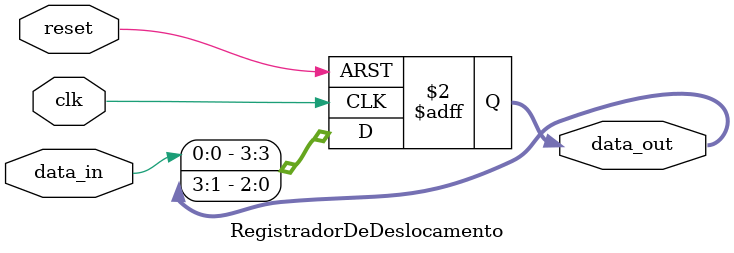
<source format=sv>
parameter NBITS_DATA = 4;
module RegistradorDeDeslocamento (
    input logic clk, reset,
    input logic data_in,
    output logic [NBITS_DATA-1:0] data_out
);

always_ff @ (posedge reset or posedge clk) begin
    if (reset)
        data_out <= 0;
    else begin
        data_out[3] <= data_in;
        data_out[2] <= data_out[3];
        data_out[1] <= data_out[2];
        data_out[0] <= data_out[1];
    end 
end
    
endmodule
</source>
